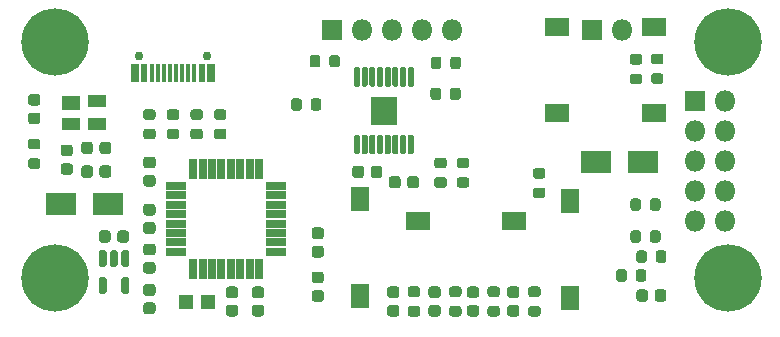
<source format=gbr>
G04 #@! TF.GenerationSoftware,KiCad,Pcbnew,(5.1.6-dirty)*
G04 #@! TF.CreationDate,2021-05-02T11:55:31+02:00*
G04 #@! TF.ProjectId,reva,72657661-2e6b-4696-9361-645f70636258,rev?*
G04 #@! TF.SameCoordinates,Original*
G04 #@! TF.FileFunction,Soldermask,Top*
G04 #@! TF.FilePolarity,Negative*
%FSLAX46Y46*%
G04 Gerber Fmt 4.6, Leading zero omitted, Abs format (unit mm)*
G04 Created by KiCad (PCBNEW (5.1.6-dirty)) date 2021-05-02 11:55:31*
%MOMM*%
%LPD*%
G01*
G04 APERTURE LIST*
%ADD10O,1.800000X1.800000*%
%ADD11R,1.800000X1.800000*%
%ADD12C,5.700000*%
%ADD13R,2.100000X1.600000*%
%ADD14R,1.600000X2.100000*%
%ADD15R,2.600000X1.900000*%
%ADD16R,1.500000X1.100000*%
%ADD17R,1.500000X1.300000*%
%ADD18R,1.150000X1.200000*%
%ADD19R,0.650000X1.550000*%
%ADD20R,0.600000X1.550000*%
%ADD21R,0.400000X1.550000*%
%ADD22C,0.750000*%
%ADD23R,2.310000X2.460000*%
%ADD24R,1.700000X0.650000*%
%ADD25R,0.650000X1.700000*%
G04 APERTURE END LIST*
D10*
G04 #@! TO.C,J3*
X175040000Y-79000000D03*
D11*
X172500000Y-79000000D03*
G04 #@! TD*
D12*
G04 #@! TO.C,H4*
X184000000Y-80000000D03*
G04 #@! TD*
G04 #@! TO.C,H3*
X127000000Y-100000000D03*
G04 #@! TD*
G04 #@! TO.C,H2*
X184000000Y-100000000D03*
G04 #@! TD*
G04 #@! TO.C,H1*
X127000000Y-80000000D03*
G04 #@! TD*
D13*
G04 #@! TO.C,SW1*
X157700000Y-95200000D03*
X165900000Y-95200000D03*
G04 #@! TD*
G04 #@! TO.C,R22*
G36*
G01*
X160450000Y-84725000D02*
X160450000Y-84125000D01*
G75*
G02*
X160675000Y-83900000I225000J0D01*
G01*
X161125000Y-83900000D01*
G75*
G02*
X161350000Y-84125000I0J-225000D01*
G01*
X161350000Y-84725000D01*
G75*
G02*
X161125000Y-84950000I-225000J0D01*
G01*
X160675000Y-84950000D01*
G75*
G02*
X160450000Y-84725000I0J225000D01*
G01*
G37*
G36*
G01*
X158800000Y-84725000D02*
X158800000Y-84125000D01*
G75*
G02*
X159025000Y-83900000I225000J0D01*
G01*
X159475000Y-83900000D01*
G75*
G02*
X159700000Y-84125000I0J-225000D01*
G01*
X159700000Y-84725000D01*
G75*
G02*
X159475000Y-84950000I-225000J0D01*
G01*
X159025000Y-84950000D01*
G75*
G02*
X158800000Y-84725000I0J225000D01*
G01*
G37*
G04 #@! TD*
D10*
G04 #@! TO.C,J2*
X160580000Y-79000000D03*
X158040000Y-79000000D03*
X155500000Y-79000000D03*
X152960000Y-79000000D03*
D11*
X150420000Y-79000000D03*
G04 #@! TD*
D10*
G04 #@! TO.C,J1*
X183740000Y-95160000D03*
X181200000Y-95160000D03*
X183740000Y-92620000D03*
X181200000Y-92620000D03*
X183740000Y-90080000D03*
X181200000Y-90080000D03*
X183740000Y-87540000D03*
X181200000Y-87540000D03*
X183740000Y-85000000D03*
D11*
X181200000Y-85000000D03*
G04 #@! TD*
D13*
G04 #@! TO.C,SW5*
X177700000Y-86000000D03*
X169500000Y-86000000D03*
G04 #@! TD*
G04 #@! TO.C,SW4*
X177700000Y-78750000D03*
X169500000Y-78750000D03*
G04 #@! TD*
D14*
G04 #@! TO.C,SW3*
X170600000Y-93500000D03*
X170600000Y-101700000D03*
G04 #@! TD*
G04 #@! TO.C,SW2*
X152800000Y-93300000D03*
X152800000Y-101500000D03*
G04 #@! TD*
G04 #@! TO.C,R21*
G36*
G01*
X177375000Y-94100000D02*
X177375000Y-93500000D01*
G75*
G02*
X177600000Y-93275000I225000J0D01*
G01*
X178050000Y-93275000D01*
G75*
G02*
X178275000Y-93500000I0J-225000D01*
G01*
X178275000Y-94100000D01*
G75*
G02*
X178050000Y-94325000I-225000J0D01*
G01*
X177600000Y-94325000D01*
G75*
G02*
X177375000Y-94100000I0J225000D01*
G01*
G37*
G36*
G01*
X175725000Y-94100000D02*
X175725000Y-93500000D01*
G75*
G02*
X175950000Y-93275000I225000J0D01*
G01*
X176400000Y-93275000D01*
G75*
G02*
X176625000Y-93500000I0J-225000D01*
G01*
X176625000Y-94100000D01*
G75*
G02*
X176400000Y-94325000I-225000J0D01*
G01*
X175950000Y-94325000D01*
G75*
G02*
X175725000Y-94100000I0J225000D01*
G01*
G37*
G04 #@! TD*
G04 #@! TO.C,R20*
G36*
G01*
X177375000Y-96800000D02*
X177375000Y-96200000D01*
G75*
G02*
X177600000Y-95975000I225000J0D01*
G01*
X178050000Y-95975000D01*
G75*
G02*
X178275000Y-96200000I0J-225000D01*
G01*
X178275000Y-96800000D01*
G75*
G02*
X178050000Y-97025000I-225000J0D01*
G01*
X177600000Y-97025000D01*
G75*
G02*
X177375000Y-96800000I0J225000D01*
G01*
G37*
G36*
G01*
X175725000Y-96800000D02*
X175725000Y-96200000D01*
G75*
G02*
X175950000Y-95975000I225000J0D01*
G01*
X176400000Y-95975000D01*
G75*
G02*
X176625000Y-96200000I0J-225000D01*
G01*
X176625000Y-96800000D01*
G75*
G02*
X176400000Y-97025000I-225000J0D01*
G01*
X175950000Y-97025000D01*
G75*
G02*
X175725000Y-96800000I0J225000D01*
G01*
G37*
G04 #@! TD*
G04 #@! TO.C,R19*
G36*
G01*
X124950000Y-89875000D02*
X125550000Y-89875000D01*
G75*
G02*
X125775000Y-90100000I0J-225000D01*
G01*
X125775000Y-90550000D01*
G75*
G02*
X125550000Y-90775000I-225000J0D01*
G01*
X124950000Y-90775000D01*
G75*
G02*
X124725000Y-90550000I0J225000D01*
G01*
X124725000Y-90100000D01*
G75*
G02*
X124950000Y-89875000I225000J0D01*
G01*
G37*
G36*
G01*
X124950000Y-88225000D02*
X125550000Y-88225000D01*
G75*
G02*
X125775000Y-88450000I0J-225000D01*
G01*
X125775000Y-88900000D01*
G75*
G02*
X125550000Y-89125000I-225000J0D01*
G01*
X124950000Y-89125000D01*
G75*
G02*
X124725000Y-88900000I0J225000D01*
G01*
X124725000Y-88450000D01*
G75*
G02*
X124950000Y-88225000I225000J0D01*
G01*
G37*
G04 #@! TD*
G04 #@! TO.C,R18*
G36*
G01*
X148650000Y-85625000D02*
X148650000Y-85025000D01*
G75*
G02*
X148875000Y-84800000I225000J0D01*
G01*
X149325000Y-84800000D01*
G75*
G02*
X149550000Y-85025000I0J-225000D01*
G01*
X149550000Y-85625000D01*
G75*
G02*
X149325000Y-85850000I-225000J0D01*
G01*
X148875000Y-85850000D01*
G75*
G02*
X148650000Y-85625000I0J225000D01*
G01*
G37*
G36*
G01*
X147000000Y-85625000D02*
X147000000Y-85025000D01*
G75*
G02*
X147225000Y-84800000I225000J0D01*
G01*
X147675000Y-84800000D01*
G75*
G02*
X147900000Y-85025000I0J-225000D01*
G01*
X147900000Y-85625000D01*
G75*
G02*
X147675000Y-85850000I-225000J0D01*
G01*
X147225000Y-85850000D01*
G75*
G02*
X147000000Y-85625000I0J225000D01*
G01*
G37*
G04 #@! TD*
G04 #@! TO.C,R17*
G36*
G01*
X178300000Y-81925000D02*
X177700000Y-81925000D01*
G75*
G02*
X177475000Y-81700000I0J225000D01*
G01*
X177475000Y-81250000D01*
G75*
G02*
X177700000Y-81025000I225000J0D01*
G01*
X178300000Y-81025000D01*
G75*
G02*
X178525000Y-81250000I0J-225000D01*
G01*
X178525000Y-81700000D01*
G75*
G02*
X178300000Y-81925000I-225000J0D01*
G01*
G37*
G36*
G01*
X178300000Y-83575000D02*
X177700000Y-83575000D01*
G75*
G02*
X177475000Y-83350000I0J225000D01*
G01*
X177475000Y-82900000D01*
G75*
G02*
X177700000Y-82675000I225000J0D01*
G01*
X178300000Y-82675000D01*
G75*
G02*
X178525000Y-82900000I0J-225000D01*
G01*
X178525000Y-83350000D01*
G75*
G02*
X178300000Y-83575000I-225000J0D01*
G01*
G37*
G04 #@! TD*
G04 #@! TO.C,R16*
G36*
G01*
X176175000Y-100100000D02*
X176175000Y-99500000D01*
G75*
G02*
X176400000Y-99275000I225000J0D01*
G01*
X176850000Y-99275000D01*
G75*
G02*
X177075000Y-99500000I0J-225000D01*
G01*
X177075000Y-100100000D01*
G75*
G02*
X176850000Y-100325000I-225000J0D01*
G01*
X176400000Y-100325000D01*
G75*
G02*
X176175000Y-100100000I0J225000D01*
G01*
G37*
G36*
G01*
X174525000Y-100100000D02*
X174525000Y-99500000D01*
G75*
G02*
X174750000Y-99275000I225000J0D01*
G01*
X175200000Y-99275000D01*
G75*
G02*
X175425000Y-99500000I0J-225000D01*
G01*
X175425000Y-100100000D01*
G75*
G02*
X175200000Y-100325000I-225000J0D01*
G01*
X174750000Y-100325000D01*
G75*
G02*
X174525000Y-100100000I0J225000D01*
G01*
G37*
G04 #@! TD*
G04 #@! TO.C,R15*
G36*
G01*
X149475000Y-81350000D02*
X149475000Y-81950000D01*
G75*
G02*
X149250000Y-82175000I-225000J0D01*
G01*
X148800000Y-82175000D01*
G75*
G02*
X148575000Y-81950000I0J225000D01*
G01*
X148575000Y-81350000D01*
G75*
G02*
X148800000Y-81125000I225000J0D01*
G01*
X149250000Y-81125000D01*
G75*
G02*
X149475000Y-81350000I0J-225000D01*
G01*
G37*
G36*
G01*
X151125000Y-81350000D02*
X151125000Y-81950000D01*
G75*
G02*
X150900000Y-82175000I-225000J0D01*
G01*
X150450000Y-82175000D01*
G75*
G02*
X150225000Y-81950000I0J225000D01*
G01*
X150225000Y-81350000D01*
G75*
G02*
X150450000Y-81125000I225000J0D01*
G01*
X150900000Y-81125000D01*
G75*
G02*
X151125000Y-81350000I0J-225000D01*
G01*
G37*
G04 #@! TD*
G04 #@! TO.C,R14*
G36*
G01*
X160475000Y-82100000D02*
X160475000Y-81500000D01*
G75*
G02*
X160700000Y-81275000I225000J0D01*
G01*
X161150000Y-81275000D01*
G75*
G02*
X161375000Y-81500000I0J-225000D01*
G01*
X161375000Y-82100000D01*
G75*
G02*
X161150000Y-82325000I-225000J0D01*
G01*
X160700000Y-82325000D01*
G75*
G02*
X160475000Y-82100000I0J225000D01*
G01*
G37*
G36*
G01*
X158825000Y-82100000D02*
X158825000Y-81500000D01*
G75*
G02*
X159050000Y-81275000I225000J0D01*
G01*
X159500000Y-81275000D01*
G75*
G02*
X159725000Y-81500000I0J-225000D01*
G01*
X159725000Y-82100000D01*
G75*
G02*
X159500000Y-82325000I-225000J0D01*
G01*
X159050000Y-82325000D01*
G75*
G02*
X158825000Y-82100000I0J225000D01*
G01*
G37*
G04 #@! TD*
G04 #@! TO.C,R13*
G36*
G01*
X177875000Y-98500000D02*
X177875000Y-97900000D01*
G75*
G02*
X178100000Y-97675000I225000J0D01*
G01*
X178550000Y-97675000D01*
G75*
G02*
X178775000Y-97900000I0J-225000D01*
G01*
X178775000Y-98500000D01*
G75*
G02*
X178550000Y-98725000I-225000J0D01*
G01*
X178100000Y-98725000D01*
G75*
G02*
X177875000Y-98500000I0J225000D01*
G01*
G37*
G36*
G01*
X176225000Y-98500000D02*
X176225000Y-97900000D01*
G75*
G02*
X176450000Y-97675000I225000J0D01*
G01*
X176900000Y-97675000D01*
G75*
G02*
X177125000Y-97900000I0J-225000D01*
G01*
X177125000Y-98500000D01*
G75*
G02*
X176900000Y-98725000I-225000J0D01*
G01*
X176450000Y-98725000D01*
G75*
G02*
X176225000Y-98500000I0J225000D01*
G01*
G37*
G04 #@! TD*
G04 #@! TO.C,R12*
G36*
G01*
X137300000Y-86625000D02*
X136700000Y-86625000D01*
G75*
G02*
X136475000Y-86400000I0J225000D01*
G01*
X136475000Y-85950000D01*
G75*
G02*
X136700000Y-85725000I225000J0D01*
G01*
X137300000Y-85725000D01*
G75*
G02*
X137525000Y-85950000I0J-225000D01*
G01*
X137525000Y-86400000D01*
G75*
G02*
X137300000Y-86625000I-225000J0D01*
G01*
G37*
G36*
G01*
X137300000Y-88275000D02*
X136700000Y-88275000D01*
G75*
G02*
X136475000Y-88050000I0J225000D01*
G01*
X136475000Y-87600000D01*
G75*
G02*
X136700000Y-87375000I225000J0D01*
G01*
X137300000Y-87375000D01*
G75*
G02*
X137525000Y-87600000I0J-225000D01*
G01*
X137525000Y-88050000D01*
G75*
G02*
X137300000Y-88275000I-225000J0D01*
G01*
G37*
G04 #@! TD*
G04 #@! TO.C,R11*
G36*
G01*
X139300000Y-86625000D02*
X138700000Y-86625000D01*
G75*
G02*
X138475000Y-86400000I0J225000D01*
G01*
X138475000Y-85950000D01*
G75*
G02*
X138700000Y-85725000I225000J0D01*
G01*
X139300000Y-85725000D01*
G75*
G02*
X139525000Y-85950000I0J-225000D01*
G01*
X139525000Y-86400000D01*
G75*
G02*
X139300000Y-86625000I-225000J0D01*
G01*
G37*
G36*
G01*
X139300000Y-88275000D02*
X138700000Y-88275000D01*
G75*
G02*
X138475000Y-88050000I0J225000D01*
G01*
X138475000Y-87600000D01*
G75*
G02*
X138700000Y-87375000I225000J0D01*
G01*
X139300000Y-87375000D01*
G75*
G02*
X139525000Y-87600000I0J-225000D01*
G01*
X139525000Y-88050000D01*
G75*
G02*
X139300000Y-88275000I-225000J0D01*
G01*
G37*
G04 #@! TD*
G04 #@! TO.C,R10*
G36*
G01*
X157700000Y-101625000D02*
X157100000Y-101625000D01*
G75*
G02*
X156875000Y-101400000I0J225000D01*
G01*
X156875000Y-100950000D01*
G75*
G02*
X157100000Y-100725000I225000J0D01*
G01*
X157700000Y-100725000D01*
G75*
G02*
X157925000Y-100950000I0J-225000D01*
G01*
X157925000Y-101400000D01*
G75*
G02*
X157700000Y-101625000I-225000J0D01*
G01*
G37*
G36*
G01*
X157700000Y-103275000D02*
X157100000Y-103275000D01*
G75*
G02*
X156875000Y-103050000I0J225000D01*
G01*
X156875000Y-102600000D01*
G75*
G02*
X157100000Y-102375000I225000J0D01*
G01*
X157700000Y-102375000D01*
G75*
G02*
X157925000Y-102600000I0J-225000D01*
G01*
X157925000Y-103050000D01*
G75*
G02*
X157700000Y-103275000I-225000J0D01*
G01*
G37*
G04 #@! TD*
G04 #@! TO.C,R9*
G36*
G01*
X161200000Y-101625000D02*
X160600000Y-101625000D01*
G75*
G02*
X160375000Y-101400000I0J225000D01*
G01*
X160375000Y-100950000D01*
G75*
G02*
X160600000Y-100725000I225000J0D01*
G01*
X161200000Y-100725000D01*
G75*
G02*
X161425000Y-100950000I0J-225000D01*
G01*
X161425000Y-101400000D01*
G75*
G02*
X161200000Y-101625000I-225000J0D01*
G01*
G37*
G36*
G01*
X161200000Y-103275000D02*
X160600000Y-103275000D01*
G75*
G02*
X160375000Y-103050000I0J225000D01*
G01*
X160375000Y-102600000D01*
G75*
G02*
X160600000Y-102375000I225000J0D01*
G01*
X161200000Y-102375000D01*
G75*
G02*
X161425000Y-102600000I0J-225000D01*
G01*
X161425000Y-103050000D01*
G75*
G02*
X161200000Y-103275000I-225000J0D01*
G01*
G37*
G04 #@! TD*
G04 #@! TO.C,R8*
G36*
G01*
X164450000Y-101625000D02*
X163850000Y-101625000D01*
G75*
G02*
X163625000Y-101400000I0J225000D01*
G01*
X163625000Y-100950000D01*
G75*
G02*
X163850000Y-100725000I225000J0D01*
G01*
X164450000Y-100725000D01*
G75*
G02*
X164675000Y-100950000I0J-225000D01*
G01*
X164675000Y-101400000D01*
G75*
G02*
X164450000Y-101625000I-225000J0D01*
G01*
G37*
G36*
G01*
X164450000Y-103275000D02*
X163850000Y-103275000D01*
G75*
G02*
X163625000Y-103050000I0J225000D01*
G01*
X163625000Y-102600000D01*
G75*
G02*
X163850000Y-102375000I225000J0D01*
G01*
X164450000Y-102375000D01*
G75*
G02*
X164675000Y-102600000I0J-225000D01*
G01*
X164675000Y-103050000D01*
G75*
G02*
X164450000Y-103275000I-225000J0D01*
G01*
G37*
G04 #@! TD*
G04 #@! TO.C,R7*
G36*
G01*
X167900000Y-101625000D02*
X167300000Y-101625000D01*
G75*
G02*
X167075000Y-101400000I0J225000D01*
G01*
X167075000Y-100950000D01*
G75*
G02*
X167300000Y-100725000I225000J0D01*
G01*
X167900000Y-100725000D01*
G75*
G02*
X168125000Y-100950000I0J-225000D01*
G01*
X168125000Y-101400000D01*
G75*
G02*
X167900000Y-101625000I-225000J0D01*
G01*
G37*
G36*
G01*
X167900000Y-103275000D02*
X167300000Y-103275000D01*
G75*
G02*
X167075000Y-103050000I0J225000D01*
G01*
X167075000Y-102600000D01*
G75*
G02*
X167300000Y-102375000I225000J0D01*
G01*
X167900000Y-102375000D01*
G75*
G02*
X168125000Y-102600000I0J-225000D01*
G01*
X168125000Y-103050000D01*
G75*
G02*
X167900000Y-103275000I-225000J0D01*
G01*
G37*
G04 #@! TD*
G04 #@! TO.C,R6*
G36*
G01*
X176500000Y-81950000D02*
X175900000Y-81950000D01*
G75*
G02*
X175675000Y-81725000I0J225000D01*
G01*
X175675000Y-81275000D01*
G75*
G02*
X175900000Y-81050000I225000J0D01*
G01*
X176500000Y-81050000D01*
G75*
G02*
X176725000Y-81275000I0J-225000D01*
G01*
X176725000Y-81725000D01*
G75*
G02*
X176500000Y-81950000I-225000J0D01*
G01*
G37*
G36*
G01*
X176500000Y-83600000D02*
X175900000Y-83600000D01*
G75*
G02*
X175675000Y-83375000I0J225000D01*
G01*
X175675000Y-82925000D01*
G75*
G02*
X175900000Y-82700000I225000J0D01*
G01*
X176500000Y-82700000D01*
G75*
G02*
X176725000Y-82925000I0J-225000D01*
G01*
X176725000Y-83375000D01*
G75*
G02*
X176500000Y-83600000I-225000J0D01*
G01*
G37*
G04 #@! TD*
G04 #@! TO.C,R5*
G36*
G01*
X140700000Y-87375000D02*
X141300000Y-87375000D01*
G75*
G02*
X141525000Y-87600000I0J-225000D01*
G01*
X141525000Y-88050000D01*
G75*
G02*
X141300000Y-88275000I-225000J0D01*
G01*
X140700000Y-88275000D01*
G75*
G02*
X140475000Y-88050000I0J225000D01*
G01*
X140475000Y-87600000D01*
G75*
G02*
X140700000Y-87375000I225000J0D01*
G01*
G37*
G36*
G01*
X140700000Y-85725000D02*
X141300000Y-85725000D01*
G75*
G02*
X141525000Y-85950000I0J-225000D01*
G01*
X141525000Y-86400000D01*
G75*
G02*
X141300000Y-86625000I-225000J0D01*
G01*
X140700000Y-86625000D01*
G75*
G02*
X140475000Y-86400000I0J225000D01*
G01*
X140475000Y-85950000D01*
G75*
G02*
X140700000Y-85725000I225000J0D01*
G01*
G37*
G04 #@! TD*
G04 #@! TO.C,R4*
G36*
G01*
X167700000Y-92350000D02*
X168300000Y-92350000D01*
G75*
G02*
X168525000Y-92575000I0J-225000D01*
G01*
X168525000Y-93025000D01*
G75*
G02*
X168300000Y-93250000I-225000J0D01*
G01*
X167700000Y-93250000D01*
G75*
G02*
X167475000Y-93025000I0J225000D01*
G01*
X167475000Y-92575000D01*
G75*
G02*
X167700000Y-92350000I225000J0D01*
G01*
G37*
G36*
G01*
X167700000Y-90700000D02*
X168300000Y-90700000D01*
G75*
G02*
X168525000Y-90925000I0J-225000D01*
G01*
X168525000Y-91375000D01*
G75*
G02*
X168300000Y-91600000I-225000J0D01*
G01*
X167700000Y-91600000D01*
G75*
G02*
X167475000Y-91375000I0J225000D01*
G01*
X167475000Y-90925000D01*
G75*
G02*
X167700000Y-90700000I225000J0D01*
G01*
G37*
G04 #@! TD*
G04 #@! TO.C,R3*
G36*
G01*
X134700000Y-87375000D02*
X135300000Y-87375000D01*
G75*
G02*
X135525000Y-87600000I0J-225000D01*
G01*
X135525000Y-88050000D01*
G75*
G02*
X135300000Y-88275000I-225000J0D01*
G01*
X134700000Y-88275000D01*
G75*
G02*
X134475000Y-88050000I0J225000D01*
G01*
X134475000Y-87600000D01*
G75*
G02*
X134700000Y-87375000I225000J0D01*
G01*
G37*
G36*
G01*
X134700000Y-85725000D02*
X135300000Y-85725000D01*
G75*
G02*
X135525000Y-85950000I0J-225000D01*
G01*
X135525000Y-86400000D01*
G75*
G02*
X135300000Y-86625000I-225000J0D01*
G01*
X134700000Y-86625000D01*
G75*
G02*
X134475000Y-86400000I0J225000D01*
G01*
X134475000Y-85950000D01*
G75*
G02*
X134700000Y-85725000I225000J0D01*
G01*
G37*
G04 #@! TD*
G04 #@! TO.C,R2*
G36*
G01*
X159350000Y-91475000D02*
X159950000Y-91475000D01*
G75*
G02*
X160175000Y-91700000I0J-225000D01*
G01*
X160175000Y-92150000D01*
G75*
G02*
X159950000Y-92375000I-225000J0D01*
G01*
X159350000Y-92375000D01*
G75*
G02*
X159125000Y-92150000I0J225000D01*
G01*
X159125000Y-91700000D01*
G75*
G02*
X159350000Y-91475000I225000J0D01*
G01*
G37*
G36*
G01*
X159350000Y-89825000D02*
X159950000Y-89825000D01*
G75*
G02*
X160175000Y-90050000I0J-225000D01*
G01*
X160175000Y-90500000D01*
G75*
G02*
X159950000Y-90725000I-225000J0D01*
G01*
X159350000Y-90725000D01*
G75*
G02*
X159125000Y-90500000I0J225000D01*
G01*
X159125000Y-90050000D01*
G75*
G02*
X159350000Y-89825000I225000J0D01*
G01*
G37*
G04 #@! TD*
G04 #@! TO.C,R1*
G36*
G01*
X161250000Y-91475000D02*
X161850000Y-91475000D01*
G75*
G02*
X162075000Y-91700000I0J-225000D01*
G01*
X162075000Y-92150000D01*
G75*
G02*
X161850000Y-92375000I-225000J0D01*
G01*
X161250000Y-92375000D01*
G75*
G02*
X161025000Y-92150000I0J225000D01*
G01*
X161025000Y-91700000D01*
G75*
G02*
X161250000Y-91475000I225000J0D01*
G01*
G37*
G36*
G01*
X161250000Y-89825000D02*
X161850000Y-89825000D01*
G75*
G02*
X162075000Y-90050000I0J-225000D01*
G01*
X162075000Y-90500000D01*
G75*
G02*
X161850000Y-90725000I-225000J0D01*
G01*
X161250000Y-90725000D01*
G75*
G02*
X161025000Y-90500000I0J225000D01*
G01*
X161025000Y-90050000D01*
G75*
G02*
X161250000Y-89825000I225000J0D01*
G01*
G37*
G04 #@! TD*
G04 #@! TO.C,FB2*
G36*
G01*
X149531250Y-100450000D02*
X148968750Y-100450000D01*
G75*
G02*
X148725000Y-100206250I0J243750D01*
G01*
X148725000Y-99718750D01*
G75*
G02*
X148968750Y-99475000I243750J0D01*
G01*
X149531250Y-99475000D01*
G75*
G02*
X149775000Y-99718750I0J-243750D01*
G01*
X149775000Y-100206250D01*
G75*
G02*
X149531250Y-100450000I-243750J0D01*
G01*
G37*
G36*
G01*
X149531250Y-102025000D02*
X148968750Y-102025000D01*
G75*
G02*
X148725000Y-101781250I0J243750D01*
G01*
X148725000Y-101293750D01*
G75*
G02*
X148968750Y-101050000I243750J0D01*
G01*
X149531250Y-101050000D01*
G75*
G02*
X149775000Y-101293750I0J-243750D01*
G01*
X149775000Y-101781250D01*
G75*
G02*
X149531250Y-102025000I-243750J0D01*
G01*
G37*
G04 #@! TD*
G04 #@! TO.C,FB1*
G36*
G01*
X128281250Y-89700000D02*
X127718750Y-89700000D01*
G75*
G02*
X127475000Y-89456250I0J243750D01*
G01*
X127475000Y-88968750D01*
G75*
G02*
X127718750Y-88725000I243750J0D01*
G01*
X128281250Y-88725000D01*
G75*
G02*
X128525000Y-88968750I0J-243750D01*
G01*
X128525000Y-89456250D01*
G75*
G02*
X128281250Y-89700000I-243750J0D01*
G01*
G37*
G36*
G01*
X128281250Y-91275000D02*
X127718750Y-91275000D01*
G75*
G02*
X127475000Y-91031250I0J243750D01*
G01*
X127475000Y-90543750D01*
G75*
G02*
X127718750Y-90300000I243750J0D01*
G01*
X128281250Y-90300000D01*
G75*
G02*
X128525000Y-90543750I0J-243750D01*
G01*
X128525000Y-91031250D01*
G75*
G02*
X128281250Y-91275000I-243750J0D01*
G01*
G37*
G04 #@! TD*
G04 #@! TO.C,D8*
G36*
G01*
X124968750Y-86012500D02*
X125531250Y-86012500D01*
G75*
G02*
X125775000Y-86256250I0J-243750D01*
G01*
X125775000Y-86743750D01*
G75*
G02*
X125531250Y-86987500I-243750J0D01*
G01*
X124968750Y-86987500D01*
G75*
G02*
X124725000Y-86743750I0J243750D01*
G01*
X124725000Y-86256250D01*
G75*
G02*
X124968750Y-86012500I243750J0D01*
G01*
G37*
G36*
G01*
X124968750Y-84437500D02*
X125531250Y-84437500D01*
G75*
G02*
X125775000Y-84681250I0J-243750D01*
G01*
X125775000Y-85168750D01*
G75*
G02*
X125531250Y-85412500I-243750J0D01*
G01*
X124968750Y-85412500D01*
G75*
G02*
X124725000Y-85168750I0J243750D01*
G01*
X124725000Y-84681250D01*
G75*
G02*
X124968750Y-84437500I243750J0D01*
G01*
G37*
G04 #@! TD*
D15*
G04 #@! TO.C,D7*
X176800000Y-90200000D03*
X172800000Y-90200000D03*
G04 #@! TD*
D16*
G04 #@! TO.C,D6*
X130600000Y-85050000D03*
X130600000Y-86950000D03*
X128400000Y-86950000D03*
D17*
X128400000Y-85230000D03*
G04 #@! TD*
G04 #@! TO.C,D5*
G36*
G01*
X155368750Y-102300000D02*
X155931250Y-102300000D01*
G75*
G02*
X156175000Y-102543750I0J-243750D01*
G01*
X156175000Y-103031250D01*
G75*
G02*
X155931250Y-103275000I-243750J0D01*
G01*
X155368750Y-103275000D01*
G75*
G02*
X155125000Y-103031250I0J243750D01*
G01*
X155125000Y-102543750D01*
G75*
G02*
X155368750Y-102300000I243750J0D01*
G01*
G37*
G36*
G01*
X155368750Y-100725000D02*
X155931250Y-100725000D01*
G75*
G02*
X156175000Y-100968750I0J-243750D01*
G01*
X156175000Y-101456250D01*
G75*
G02*
X155931250Y-101700000I-243750J0D01*
G01*
X155368750Y-101700000D01*
G75*
G02*
X155125000Y-101456250I0J243750D01*
G01*
X155125000Y-100968750D01*
G75*
G02*
X155368750Y-100725000I243750J0D01*
G01*
G37*
G04 #@! TD*
G04 #@! TO.C,D4*
G36*
G01*
X158868750Y-102300000D02*
X159431250Y-102300000D01*
G75*
G02*
X159675000Y-102543750I0J-243750D01*
G01*
X159675000Y-103031250D01*
G75*
G02*
X159431250Y-103275000I-243750J0D01*
G01*
X158868750Y-103275000D01*
G75*
G02*
X158625000Y-103031250I0J243750D01*
G01*
X158625000Y-102543750D01*
G75*
G02*
X158868750Y-102300000I243750J0D01*
G01*
G37*
G36*
G01*
X158868750Y-100725000D02*
X159431250Y-100725000D01*
G75*
G02*
X159675000Y-100968750I0J-243750D01*
G01*
X159675000Y-101456250D01*
G75*
G02*
X159431250Y-101700000I-243750J0D01*
G01*
X158868750Y-101700000D01*
G75*
G02*
X158625000Y-101456250I0J243750D01*
G01*
X158625000Y-100968750D01*
G75*
G02*
X158868750Y-100725000I243750J0D01*
G01*
G37*
G04 #@! TD*
G04 #@! TO.C,D3*
G36*
G01*
X162118750Y-102300000D02*
X162681250Y-102300000D01*
G75*
G02*
X162925000Y-102543750I0J-243750D01*
G01*
X162925000Y-103031250D01*
G75*
G02*
X162681250Y-103275000I-243750J0D01*
G01*
X162118750Y-103275000D01*
G75*
G02*
X161875000Y-103031250I0J243750D01*
G01*
X161875000Y-102543750D01*
G75*
G02*
X162118750Y-102300000I243750J0D01*
G01*
G37*
G36*
G01*
X162118750Y-100725000D02*
X162681250Y-100725000D01*
G75*
G02*
X162925000Y-100968750I0J-243750D01*
G01*
X162925000Y-101456250D01*
G75*
G02*
X162681250Y-101700000I-243750J0D01*
G01*
X162118750Y-101700000D01*
G75*
G02*
X161875000Y-101456250I0J243750D01*
G01*
X161875000Y-100968750D01*
G75*
G02*
X162118750Y-100725000I243750J0D01*
G01*
G37*
G04 #@! TD*
G04 #@! TO.C,D2*
G36*
G01*
X165518750Y-102300000D02*
X166081250Y-102300000D01*
G75*
G02*
X166325000Y-102543750I0J-243750D01*
G01*
X166325000Y-103031250D01*
G75*
G02*
X166081250Y-103275000I-243750J0D01*
G01*
X165518750Y-103275000D01*
G75*
G02*
X165275000Y-103031250I0J243750D01*
G01*
X165275000Y-102543750D01*
G75*
G02*
X165518750Y-102300000I243750J0D01*
G01*
G37*
G36*
G01*
X165518750Y-100725000D02*
X166081250Y-100725000D01*
G75*
G02*
X166325000Y-100968750I0J-243750D01*
G01*
X166325000Y-101456250D01*
G75*
G02*
X166081250Y-101700000I-243750J0D01*
G01*
X165518750Y-101700000D01*
G75*
G02*
X165275000Y-101456250I0J243750D01*
G01*
X165275000Y-100968750D01*
G75*
G02*
X165518750Y-100725000I243750J0D01*
G01*
G37*
G04 #@! TD*
D15*
G04 #@! TO.C,D1*
X127500000Y-93750000D03*
X131500000Y-93750000D03*
G04 #@! TD*
G04 #@! TO.C,C13*
G36*
G01*
X156825000Y-92175000D02*
X156825000Y-91625000D01*
G75*
G02*
X157075000Y-91375000I250000J0D01*
G01*
X157575000Y-91375000D01*
G75*
G02*
X157825000Y-91625000I0J-250000D01*
G01*
X157825000Y-92175000D01*
G75*
G02*
X157575000Y-92425000I-250000J0D01*
G01*
X157075000Y-92425000D01*
G75*
G02*
X156825000Y-92175000I0J250000D01*
G01*
G37*
G36*
G01*
X155275000Y-92175000D02*
X155275000Y-91625000D01*
G75*
G02*
X155525000Y-91375000I250000J0D01*
G01*
X156025000Y-91375000D01*
G75*
G02*
X156275000Y-91625000I0J-250000D01*
G01*
X156275000Y-92175000D01*
G75*
G02*
X156025000Y-92425000I-250000J0D01*
G01*
X155525000Y-92425000D01*
G75*
G02*
X155275000Y-92175000I0J250000D01*
G01*
G37*
G04 #@! TD*
G04 #@! TO.C,C12*
G36*
G01*
X153725000Y-91300000D02*
X153725000Y-90750000D01*
G75*
G02*
X153975000Y-90500000I250000J0D01*
G01*
X154475000Y-90500000D01*
G75*
G02*
X154725000Y-90750000I0J-250000D01*
G01*
X154725000Y-91300000D01*
G75*
G02*
X154475000Y-91550000I-250000J0D01*
G01*
X153975000Y-91550000D01*
G75*
G02*
X153725000Y-91300000I0J250000D01*
G01*
G37*
G36*
G01*
X152175000Y-91300000D02*
X152175000Y-90750000D01*
G75*
G02*
X152425000Y-90500000I250000J0D01*
G01*
X152925000Y-90500000D01*
G75*
G02*
X153175000Y-90750000I0J-250000D01*
G01*
X153175000Y-91300000D01*
G75*
G02*
X152925000Y-91550000I-250000J0D01*
G01*
X152425000Y-91550000D01*
G75*
G02*
X152175000Y-91300000I0J250000D01*
G01*
G37*
G04 #@! TD*
G04 #@! TO.C,C11*
G36*
G01*
X143925000Y-102275000D02*
X144475000Y-102275000D01*
G75*
G02*
X144725000Y-102525000I0J-250000D01*
G01*
X144725000Y-103025000D01*
G75*
G02*
X144475000Y-103275000I-250000J0D01*
G01*
X143925000Y-103275000D01*
G75*
G02*
X143675000Y-103025000I0J250000D01*
G01*
X143675000Y-102525000D01*
G75*
G02*
X143925000Y-102275000I250000J0D01*
G01*
G37*
G36*
G01*
X143925000Y-100725000D02*
X144475000Y-100725000D01*
G75*
G02*
X144725000Y-100975000I0J-250000D01*
G01*
X144725000Y-101475000D01*
G75*
G02*
X144475000Y-101725000I-250000J0D01*
G01*
X143925000Y-101725000D01*
G75*
G02*
X143675000Y-101475000I0J250000D01*
G01*
X143675000Y-100975000D01*
G75*
G02*
X143925000Y-100725000I250000J0D01*
G01*
G37*
G04 #@! TD*
G04 #@! TO.C,C10*
G36*
G01*
X149525000Y-96725000D02*
X148975000Y-96725000D01*
G75*
G02*
X148725000Y-96475000I0J250000D01*
G01*
X148725000Y-95975000D01*
G75*
G02*
X148975000Y-95725000I250000J0D01*
G01*
X149525000Y-95725000D01*
G75*
G02*
X149775000Y-95975000I0J-250000D01*
G01*
X149775000Y-96475000D01*
G75*
G02*
X149525000Y-96725000I-250000J0D01*
G01*
G37*
G36*
G01*
X149525000Y-98275000D02*
X148975000Y-98275000D01*
G75*
G02*
X148725000Y-98025000I0J250000D01*
G01*
X148725000Y-97525000D01*
G75*
G02*
X148975000Y-97275000I250000J0D01*
G01*
X149525000Y-97275000D01*
G75*
G02*
X149775000Y-97525000I0J-250000D01*
G01*
X149775000Y-98025000D01*
G75*
G02*
X149525000Y-98275000I-250000J0D01*
G01*
G37*
G04 #@! TD*
G04 #@! TO.C,C9*
G36*
G01*
X135275000Y-90725000D02*
X134725000Y-90725000D01*
G75*
G02*
X134475000Y-90475000I0J250000D01*
G01*
X134475000Y-89975000D01*
G75*
G02*
X134725000Y-89725000I250000J0D01*
G01*
X135275000Y-89725000D01*
G75*
G02*
X135525000Y-89975000I0J-250000D01*
G01*
X135525000Y-90475000D01*
G75*
G02*
X135275000Y-90725000I-250000J0D01*
G01*
G37*
G36*
G01*
X135275000Y-92275000D02*
X134725000Y-92275000D01*
G75*
G02*
X134475000Y-92025000I0J250000D01*
G01*
X134475000Y-91525000D01*
G75*
G02*
X134725000Y-91275000I250000J0D01*
G01*
X135275000Y-91275000D01*
G75*
G02*
X135525000Y-91525000I0J-250000D01*
G01*
X135525000Y-92025000D01*
G75*
G02*
X135275000Y-92275000I-250000J0D01*
G01*
G37*
G04 #@! TD*
G04 #@! TO.C,C8*
G36*
G01*
X135275000Y-94725000D02*
X134725000Y-94725000D01*
G75*
G02*
X134475000Y-94475000I0J250000D01*
G01*
X134475000Y-93975000D01*
G75*
G02*
X134725000Y-93725000I250000J0D01*
G01*
X135275000Y-93725000D01*
G75*
G02*
X135525000Y-93975000I0J-250000D01*
G01*
X135525000Y-94475000D01*
G75*
G02*
X135275000Y-94725000I-250000J0D01*
G01*
G37*
G36*
G01*
X135275000Y-96275000D02*
X134725000Y-96275000D01*
G75*
G02*
X134475000Y-96025000I0J250000D01*
G01*
X134475000Y-95525000D01*
G75*
G02*
X134725000Y-95275000I250000J0D01*
G01*
X135275000Y-95275000D01*
G75*
G02*
X135525000Y-95525000I0J-250000D01*
G01*
X135525000Y-96025000D01*
G75*
G02*
X135275000Y-96275000I-250000J0D01*
G01*
G37*
G04 #@! TD*
G04 #@! TO.C,C7*
G36*
G01*
X177775000Y-101775000D02*
X177775000Y-101225000D01*
G75*
G02*
X178025000Y-100975000I250000J0D01*
G01*
X178525000Y-100975000D01*
G75*
G02*
X178775000Y-101225000I0J-250000D01*
G01*
X178775000Y-101775000D01*
G75*
G02*
X178525000Y-102025000I-250000J0D01*
G01*
X178025000Y-102025000D01*
G75*
G02*
X177775000Y-101775000I0J250000D01*
G01*
G37*
G36*
G01*
X176225000Y-101775000D02*
X176225000Y-101225000D01*
G75*
G02*
X176475000Y-100975000I250000J0D01*
G01*
X176975000Y-100975000D01*
G75*
G02*
X177225000Y-101225000I0J-250000D01*
G01*
X177225000Y-101775000D01*
G75*
G02*
X176975000Y-102025000I-250000J0D01*
G01*
X176475000Y-102025000D01*
G75*
G02*
X176225000Y-101775000I0J250000D01*
G01*
G37*
G04 #@! TD*
G04 #@! TO.C,C6*
G36*
G01*
X141725000Y-102275000D02*
X142275000Y-102275000D01*
G75*
G02*
X142525000Y-102525000I0J-250000D01*
G01*
X142525000Y-103025000D01*
G75*
G02*
X142275000Y-103275000I-250000J0D01*
G01*
X141725000Y-103275000D01*
G75*
G02*
X141475000Y-103025000I0J250000D01*
G01*
X141475000Y-102525000D01*
G75*
G02*
X141725000Y-102275000I250000J0D01*
G01*
G37*
G36*
G01*
X141725000Y-100725000D02*
X142275000Y-100725000D01*
G75*
G02*
X142525000Y-100975000I0J-250000D01*
G01*
X142525000Y-101475000D01*
G75*
G02*
X142275000Y-101725000I-250000J0D01*
G01*
X141725000Y-101725000D01*
G75*
G02*
X141475000Y-101475000I0J250000D01*
G01*
X141475000Y-100975000D01*
G75*
G02*
X141725000Y-100725000I250000J0D01*
G01*
G37*
G04 #@! TD*
G04 #@! TO.C,C5*
G36*
G01*
X134725000Y-102075000D02*
X135275000Y-102075000D01*
G75*
G02*
X135525000Y-102325000I0J-250000D01*
G01*
X135525000Y-102825000D01*
G75*
G02*
X135275000Y-103075000I-250000J0D01*
G01*
X134725000Y-103075000D01*
G75*
G02*
X134475000Y-102825000I0J250000D01*
G01*
X134475000Y-102325000D01*
G75*
G02*
X134725000Y-102075000I250000J0D01*
G01*
G37*
G36*
G01*
X134725000Y-100525000D02*
X135275000Y-100525000D01*
G75*
G02*
X135525000Y-100775000I0J-250000D01*
G01*
X135525000Y-101275000D01*
G75*
G02*
X135275000Y-101525000I-250000J0D01*
G01*
X134725000Y-101525000D01*
G75*
G02*
X134475000Y-101275000I0J250000D01*
G01*
X134475000Y-100775000D01*
G75*
G02*
X134725000Y-100525000I250000J0D01*
G01*
G37*
G04 #@! TD*
G04 #@! TO.C,C4*
G36*
G01*
X135275000Y-98100000D02*
X134725000Y-98100000D01*
G75*
G02*
X134475000Y-97850000I0J250000D01*
G01*
X134475000Y-97350000D01*
G75*
G02*
X134725000Y-97100000I250000J0D01*
G01*
X135275000Y-97100000D01*
G75*
G02*
X135525000Y-97350000I0J-250000D01*
G01*
X135525000Y-97850000D01*
G75*
G02*
X135275000Y-98100000I-250000J0D01*
G01*
G37*
G36*
G01*
X135275000Y-99650000D02*
X134725000Y-99650000D01*
G75*
G02*
X134475000Y-99400000I0J250000D01*
G01*
X134475000Y-98900000D01*
G75*
G02*
X134725000Y-98650000I250000J0D01*
G01*
X135275000Y-98650000D01*
G75*
G02*
X135525000Y-98900000I0J-250000D01*
G01*
X135525000Y-99400000D01*
G75*
G02*
X135275000Y-99650000I-250000J0D01*
G01*
G37*
G04 #@! TD*
G04 #@! TO.C,C3*
G36*
G01*
X130775000Y-91275000D02*
X130775000Y-90725000D01*
G75*
G02*
X131025000Y-90475000I250000J0D01*
G01*
X131525000Y-90475000D01*
G75*
G02*
X131775000Y-90725000I0J-250000D01*
G01*
X131775000Y-91275000D01*
G75*
G02*
X131525000Y-91525000I-250000J0D01*
G01*
X131025000Y-91525000D01*
G75*
G02*
X130775000Y-91275000I0J250000D01*
G01*
G37*
G36*
G01*
X129225000Y-91275000D02*
X129225000Y-90725000D01*
G75*
G02*
X129475000Y-90475000I250000J0D01*
G01*
X129975000Y-90475000D01*
G75*
G02*
X130225000Y-90725000I0J-250000D01*
G01*
X130225000Y-91275000D01*
G75*
G02*
X129975000Y-91525000I-250000J0D01*
G01*
X129475000Y-91525000D01*
G75*
G02*
X129225000Y-91275000I0J250000D01*
G01*
G37*
G04 #@! TD*
G04 #@! TO.C,C2*
G36*
G01*
X130775000Y-89275000D02*
X130775000Y-88725000D01*
G75*
G02*
X131025000Y-88475000I250000J0D01*
G01*
X131525000Y-88475000D01*
G75*
G02*
X131775000Y-88725000I0J-250000D01*
G01*
X131775000Y-89275000D01*
G75*
G02*
X131525000Y-89525000I-250000J0D01*
G01*
X131025000Y-89525000D01*
G75*
G02*
X130775000Y-89275000I0J250000D01*
G01*
G37*
G36*
G01*
X129225000Y-89275000D02*
X129225000Y-88725000D01*
G75*
G02*
X129475000Y-88475000I250000J0D01*
G01*
X129975000Y-88475000D01*
G75*
G02*
X130225000Y-88725000I0J-250000D01*
G01*
X130225000Y-89275000D01*
G75*
G02*
X129975000Y-89525000I-250000J0D01*
G01*
X129475000Y-89525000D01*
G75*
G02*
X129225000Y-89275000I0J250000D01*
G01*
G37*
G04 #@! TD*
G04 #@! TO.C,C1*
G36*
G01*
X132275000Y-96775000D02*
X132275000Y-96225000D01*
G75*
G02*
X132525000Y-95975000I250000J0D01*
G01*
X133025000Y-95975000D01*
G75*
G02*
X133275000Y-96225000I0J-250000D01*
G01*
X133275000Y-96775000D01*
G75*
G02*
X133025000Y-97025000I-250000J0D01*
G01*
X132525000Y-97025000D01*
G75*
G02*
X132275000Y-96775000I0J250000D01*
G01*
G37*
G36*
G01*
X130725000Y-96775000D02*
X130725000Y-96225000D01*
G75*
G02*
X130975000Y-95975000I250000J0D01*
G01*
X131475000Y-95975000D01*
G75*
G02*
X131725000Y-96225000I0J-250000D01*
G01*
X131725000Y-96775000D01*
G75*
G02*
X131475000Y-97025000I-250000J0D01*
G01*
X130975000Y-97025000D01*
G75*
G02*
X130725000Y-96775000I0J250000D01*
G01*
G37*
G04 #@! TD*
D18*
G04 #@! TO.C,Y1*
X139925000Y-102000000D03*
X138075000Y-102000000D03*
G04 #@! TD*
G04 #@! TO.C,U3*
G36*
G01*
X132775000Y-99925000D02*
X133125000Y-99925000D01*
G75*
G02*
X133300000Y-100100000I0J-175000D01*
G01*
X133300000Y-101175000D01*
G75*
G02*
X133125000Y-101350000I-175000J0D01*
G01*
X132775000Y-101350000D01*
G75*
G02*
X132600000Y-101175000I0J175000D01*
G01*
X132600000Y-100100000D01*
G75*
G02*
X132775000Y-99925000I175000J0D01*
G01*
G37*
G36*
G01*
X130875000Y-99925000D02*
X131225000Y-99925000D01*
G75*
G02*
X131400000Y-100100000I0J-175000D01*
G01*
X131400000Y-101175000D01*
G75*
G02*
X131225000Y-101350000I-175000J0D01*
G01*
X130875000Y-101350000D01*
G75*
G02*
X130700000Y-101175000I0J175000D01*
G01*
X130700000Y-100100000D01*
G75*
G02*
X130875000Y-99925000I175000J0D01*
G01*
G37*
G36*
G01*
X130875000Y-97650000D02*
X131225000Y-97650000D01*
G75*
G02*
X131400000Y-97825000I0J-175000D01*
G01*
X131400000Y-98900000D01*
G75*
G02*
X131225000Y-99075000I-175000J0D01*
G01*
X130875000Y-99075000D01*
G75*
G02*
X130700000Y-98900000I0J175000D01*
G01*
X130700000Y-97825000D01*
G75*
G02*
X130875000Y-97650000I175000J0D01*
G01*
G37*
G36*
G01*
X131825000Y-97650000D02*
X132175000Y-97650000D01*
G75*
G02*
X132350000Y-97825000I0J-175000D01*
G01*
X132350000Y-98900000D01*
G75*
G02*
X132175000Y-99075000I-175000J0D01*
G01*
X131825000Y-99075000D01*
G75*
G02*
X131650000Y-98900000I0J175000D01*
G01*
X131650000Y-97825000D01*
G75*
G02*
X131825000Y-97650000I175000J0D01*
G01*
G37*
G36*
G01*
X132775000Y-97650000D02*
X133125000Y-97650000D01*
G75*
G02*
X133300000Y-97825000I0J-175000D01*
G01*
X133300000Y-98900000D01*
G75*
G02*
X133125000Y-99075000I-175000J0D01*
G01*
X132775000Y-99075000D01*
G75*
G02*
X132600000Y-98900000I0J175000D01*
G01*
X132600000Y-97825000D01*
G75*
G02*
X132775000Y-97650000I175000J0D01*
G01*
G37*
G04 #@! TD*
D19*
G04 #@! TO.C,USB1*
X133775000Y-82695000D03*
X140225000Y-82695000D03*
D20*
X134550000Y-82695000D03*
X139450000Y-82695000D03*
D21*
X138750000Y-82695000D03*
X135250000Y-82695000D03*
X138250000Y-82695000D03*
X135750000Y-82695000D03*
X137750000Y-82695000D03*
X136250000Y-82695000D03*
X136750000Y-82695000D03*
X137250000Y-82695000D03*
D22*
X134110000Y-81250000D03*
X139890000Y-81250000D03*
G04 #@! TD*
D23*
G04 #@! TO.C,U2*
X154850000Y-85850000D03*
G36*
G01*
X157000000Y-87875000D02*
X157250000Y-87875000D01*
G75*
G02*
X157375000Y-88000000I0J-125000D01*
G01*
X157375000Y-89425000D01*
G75*
G02*
X157250000Y-89550000I-125000J0D01*
G01*
X157000000Y-89550000D01*
G75*
G02*
X156875000Y-89425000I0J125000D01*
G01*
X156875000Y-88000000D01*
G75*
G02*
X157000000Y-87875000I125000J0D01*
G01*
G37*
G36*
G01*
X156350000Y-87875000D02*
X156600000Y-87875000D01*
G75*
G02*
X156725000Y-88000000I0J-125000D01*
G01*
X156725000Y-89425000D01*
G75*
G02*
X156600000Y-89550000I-125000J0D01*
G01*
X156350000Y-89550000D01*
G75*
G02*
X156225000Y-89425000I0J125000D01*
G01*
X156225000Y-88000000D01*
G75*
G02*
X156350000Y-87875000I125000J0D01*
G01*
G37*
G36*
G01*
X155700000Y-87875000D02*
X155950000Y-87875000D01*
G75*
G02*
X156075000Y-88000000I0J-125000D01*
G01*
X156075000Y-89425000D01*
G75*
G02*
X155950000Y-89550000I-125000J0D01*
G01*
X155700000Y-89550000D01*
G75*
G02*
X155575000Y-89425000I0J125000D01*
G01*
X155575000Y-88000000D01*
G75*
G02*
X155700000Y-87875000I125000J0D01*
G01*
G37*
G36*
G01*
X155050000Y-87875000D02*
X155300000Y-87875000D01*
G75*
G02*
X155425000Y-88000000I0J-125000D01*
G01*
X155425000Y-89425000D01*
G75*
G02*
X155300000Y-89550000I-125000J0D01*
G01*
X155050000Y-89550000D01*
G75*
G02*
X154925000Y-89425000I0J125000D01*
G01*
X154925000Y-88000000D01*
G75*
G02*
X155050000Y-87875000I125000J0D01*
G01*
G37*
G36*
G01*
X154400000Y-87875000D02*
X154650000Y-87875000D01*
G75*
G02*
X154775000Y-88000000I0J-125000D01*
G01*
X154775000Y-89425000D01*
G75*
G02*
X154650000Y-89550000I-125000J0D01*
G01*
X154400000Y-89550000D01*
G75*
G02*
X154275000Y-89425000I0J125000D01*
G01*
X154275000Y-88000000D01*
G75*
G02*
X154400000Y-87875000I125000J0D01*
G01*
G37*
G36*
G01*
X153750000Y-87875000D02*
X154000000Y-87875000D01*
G75*
G02*
X154125000Y-88000000I0J-125000D01*
G01*
X154125000Y-89425000D01*
G75*
G02*
X154000000Y-89550000I-125000J0D01*
G01*
X153750000Y-89550000D01*
G75*
G02*
X153625000Y-89425000I0J125000D01*
G01*
X153625000Y-88000000D01*
G75*
G02*
X153750000Y-87875000I125000J0D01*
G01*
G37*
G36*
G01*
X153100000Y-87875000D02*
X153350000Y-87875000D01*
G75*
G02*
X153475000Y-88000000I0J-125000D01*
G01*
X153475000Y-89425000D01*
G75*
G02*
X153350000Y-89550000I-125000J0D01*
G01*
X153100000Y-89550000D01*
G75*
G02*
X152975000Y-89425000I0J125000D01*
G01*
X152975000Y-88000000D01*
G75*
G02*
X153100000Y-87875000I125000J0D01*
G01*
G37*
G36*
G01*
X152450000Y-87875000D02*
X152700000Y-87875000D01*
G75*
G02*
X152825000Y-88000000I0J-125000D01*
G01*
X152825000Y-89425000D01*
G75*
G02*
X152700000Y-89550000I-125000J0D01*
G01*
X152450000Y-89550000D01*
G75*
G02*
X152325000Y-89425000I0J125000D01*
G01*
X152325000Y-88000000D01*
G75*
G02*
X152450000Y-87875000I125000J0D01*
G01*
G37*
G36*
G01*
X152450000Y-82150000D02*
X152700000Y-82150000D01*
G75*
G02*
X152825000Y-82275000I0J-125000D01*
G01*
X152825000Y-83700000D01*
G75*
G02*
X152700000Y-83825000I-125000J0D01*
G01*
X152450000Y-83825000D01*
G75*
G02*
X152325000Y-83700000I0J125000D01*
G01*
X152325000Y-82275000D01*
G75*
G02*
X152450000Y-82150000I125000J0D01*
G01*
G37*
G36*
G01*
X153100000Y-82150000D02*
X153350000Y-82150000D01*
G75*
G02*
X153475000Y-82275000I0J-125000D01*
G01*
X153475000Y-83700000D01*
G75*
G02*
X153350000Y-83825000I-125000J0D01*
G01*
X153100000Y-83825000D01*
G75*
G02*
X152975000Y-83700000I0J125000D01*
G01*
X152975000Y-82275000D01*
G75*
G02*
X153100000Y-82150000I125000J0D01*
G01*
G37*
G36*
G01*
X153750000Y-82150000D02*
X154000000Y-82150000D01*
G75*
G02*
X154125000Y-82275000I0J-125000D01*
G01*
X154125000Y-83700000D01*
G75*
G02*
X154000000Y-83825000I-125000J0D01*
G01*
X153750000Y-83825000D01*
G75*
G02*
X153625000Y-83700000I0J125000D01*
G01*
X153625000Y-82275000D01*
G75*
G02*
X153750000Y-82150000I125000J0D01*
G01*
G37*
G36*
G01*
X154400000Y-82150000D02*
X154650000Y-82150000D01*
G75*
G02*
X154775000Y-82275000I0J-125000D01*
G01*
X154775000Y-83700000D01*
G75*
G02*
X154650000Y-83825000I-125000J0D01*
G01*
X154400000Y-83825000D01*
G75*
G02*
X154275000Y-83700000I0J125000D01*
G01*
X154275000Y-82275000D01*
G75*
G02*
X154400000Y-82150000I125000J0D01*
G01*
G37*
G36*
G01*
X155050000Y-82150000D02*
X155300000Y-82150000D01*
G75*
G02*
X155425000Y-82275000I0J-125000D01*
G01*
X155425000Y-83700000D01*
G75*
G02*
X155300000Y-83825000I-125000J0D01*
G01*
X155050000Y-83825000D01*
G75*
G02*
X154925000Y-83700000I0J125000D01*
G01*
X154925000Y-82275000D01*
G75*
G02*
X155050000Y-82150000I125000J0D01*
G01*
G37*
G36*
G01*
X155700000Y-82150000D02*
X155950000Y-82150000D01*
G75*
G02*
X156075000Y-82275000I0J-125000D01*
G01*
X156075000Y-83700000D01*
G75*
G02*
X155950000Y-83825000I-125000J0D01*
G01*
X155700000Y-83825000D01*
G75*
G02*
X155575000Y-83700000I0J125000D01*
G01*
X155575000Y-82275000D01*
G75*
G02*
X155700000Y-82150000I125000J0D01*
G01*
G37*
G36*
G01*
X156350000Y-82150000D02*
X156600000Y-82150000D01*
G75*
G02*
X156725000Y-82275000I0J-125000D01*
G01*
X156725000Y-83700000D01*
G75*
G02*
X156600000Y-83825000I-125000J0D01*
G01*
X156350000Y-83825000D01*
G75*
G02*
X156225000Y-83700000I0J125000D01*
G01*
X156225000Y-82275000D01*
G75*
G02*
X156350000Y-82150000I125000J0D01*
G01*
G37*
G36*
G01*
X157000000Y-82150000D02*
X157250000Y-82150000D01*
G75*
G02*
X157375000Y-82275000I0J-125000D01*
G01*
X157375000Y-83700000D01*
G75*
G02*
X157250000Y-83825000I-125000J0D01*
G01*
X157000000Y-83825000D01*
G75*
G02*
X156875000Y-83700000I0J125000D01*
G01*
X156875000Y-82275000D01*
G75*
G02*
X157000000Y-82150000I125000J0D01*
G01*
G37*
G04 #@! TD*
D24*
G04 #@! TO.C,U1*
X137250000Y-97800000D03*
X137250000Y-97000000D03*
X137250000Y-96200000D03*
X137250000Y-95400000D03*
X137250000Y-94600000D03*
X137250000Y-93800000D03*
X137250000Y-93000000D03*
X137250000Y-92200000D03*
D25*
X138700000Y-90750000D03*
X139500000Y-90750000D03*
X140300000Y-90750000D03*
X141100000Y-90750000D03*
X141900000Y-90750000D03*
X142700000Y-90750000D03*
X143500000Y-90750000D03*
X144300000Y-90750000D03*
D24*
X145750000Y-92200000D03*
X145750000Y-93000000D03*
X145750000Y-93800000D03*
X145750000Y-94600000D03*
X145750000Y-95400000D03*
X145750000Y-96200000D03*
X145750000Y-97000000D03*
X145750000Y-97800000D03*
D25*
X144300000Y-99250000D03*
X143500000Y-99250000D03*
X142700000Y-99250000D03*
X141900000Y-99250000D03*
X141100000Y-99250000D03*
X140300000Y-99250000D03*
X139500000Y-99250000D03*
X138700000Y-99250000D03*
G04 #@! TD*
M02*

</source>
